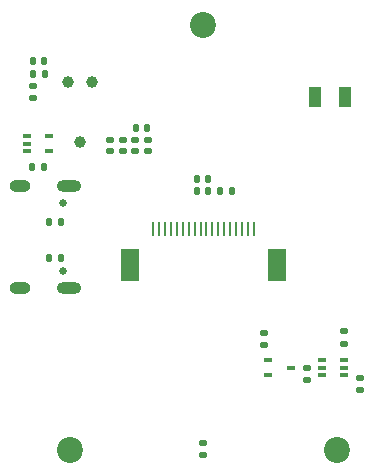
<source format=gbs>
%TF.GenerationSoftware,KiCad,Pcbnew,7.0.2-0*%
%TF.CreationDate,2023-07-16T12:38:20-04:00*%
%TF.ProjectId,ESPWatchS3,45535057-6174-4636-9853-332e6b696361,rev?*%
%TF.SameCoordinates,Original*%
%TF.FileFunction,Soldermask,Bot*%
%TF.FilePolarity,Negative*%
%FSLAX46Y46*%
G04 Gerber Fmt 4.6, Leading zero omitted, Abs format (unit mm)*
G04 Created by KiCad (PCBNEW 7.0.2-0) date 2023-07-16 12:38:20*
%MOMM*%
%LPD*%
G01*
G04 APERTURE LIST*
G04 Aperture macros list*
%AMRoundRect*
0 Rectangle with rounded corners*
0 $1 Rounding radius*
0 $2 $3 $4 $5 $6 $7 $8 $9 X,Y pos of 4 corners*
0 Add a 4 corners polygon primitive as box body*
4,1,4,$2,$3,$4,$5,$6,$7,$8,$9,$2,$3,0*
0 Add four circle primitives for the rounded corners*
1,1,$1+$1,$2,$3*
1,1,$1+$1,$4,$5*
1,1,$1+$1,$6,$7*
1,1,$1+$1,$8,$9*
0 Add four rect primitives between the rounded corners*
20,1,$1+$1,$2,$3,$4,$5,0*
20,1,$1+$1,$4,$5,$6,$7,0*
20,1,$1+$1,$6,$7,$8,$9,0*
20,1,$1+$1,$8,$9,$2,$3,0*%
G04 Aperture macros list end*
%ADD10C,0.650000*%
%ADD11O,2.100000X1.000000*%
%ADD12O,1.800000X1.000000*%
%ADD13C,0.990600*%
%ADD14C,2.200000*%
%ADD15RoundRect,0.140000X-0.170000X0.140000X-0.170000X-0.140000X0.170000X-0.140000X0.170000X0.140000X0*%
%ADD16RoundRect,0.140000X0.140000X0.170000X-0.140000X0.170000X-0.140000X-0.170000X0.140000X-0.170000X0*%
%ADD17RoundRect,0.135000X-0.185000X0.135000X-0.185000X-0.135000X0.185000X-0.135000X0.185000X0.135000X0*%
%ADD18RoundRect,0.135000X-0.135000X-0.185000X0.135000X-0.185000X0.135000X0.185000X-0.135000X0.185000X0*%
%ADD19RoundRect,0.140000X-0.140000X-0.170000X0.140000X-0.170000X0.140000X0.170000X-0.140000X0.170000X0*%
%ADD20R,0.650000X0.400000*%
%ADD21RoundRect,0.147500X0.147500X0.172500X-0.147500X0.172500X-0.147500X-0.172500X0.147500X-0.172500X0*%
%ADD22RoundRect,0.135000X0.185000X-0.135000X0.185000X0.135000X-0.185000X0.135000X-0.185000X-0.135000X0*%
%ADD23R,0.700000X0.450000*%
%ADD24RoundRect,0.135000X0.135000X0.185000X-0.135000X0.185000X-0.135000X-0.185000X0.135000X-0.185000X0*%
%ADD25R,1.000000X1.800000*%
%ADD26R,0.250000X1.300000*%
%ADD27R,1.600000X2.800000*%
G04 APERTURE END LIST*
D10*
%TO.C,J1*%
X32105000Y-34610000D03*
X32105000Y-40390000D03*
D11*
X32605000Y-33180000D03*
D12*
X28425000Y-33180000D03*
D11*
X32605000Y-41820000D03*
D12*
X28425000Y-41820000D03*
%TD*%
D13*
%TO.C,J3*%
X33585000Y-29410000D03*
X32569000Y-24330000D03*
X34601000Y-24330000D03*
%TD*%
D14*
%TO.C,H1*%
X44000000Y-19500000D03*
%TD*%
%TO.C,H2*%
X32700000Y-55500000D03*
%TD*%
D15*
%TO.C,C4*%
X36115000Y-29270000D03*
X36115000Y-30230000D03*
%TD*%
D16*
%TO.C,C21*%
X30480000Y-31575000D03*
X29520000Y-31575000D03*
%TD*%
D17*
%TO.C,R7*%
X49150000Y-45640000D03*
X49150000Y-46660000D03*
%TD*%
D16*
%TO.C,C35*%
X30530000Y-22600000D03*
X29570000Y-22600000D03*
%TD*%
D17*
%TO.C,R20*%
X29600000Y-24740000D03*
X29600000Y-25760000D03*
%TD*%
D15*
%TO.C,C22*%
X39265000Y-29270000D03*
X39265000Y-30230000D03*
%TD*%
D18*
%TO.C,R4*%
X29540000Y-23650000D03*
X30560000Y-23650000D03*
%TD*%
D19*
%TO.C,C15*%
X45420000Y-33600000D03*
X46380000Y-33600000D03*
%TD*%
D20*
%TO.C,U10*%
X29050000Y-30225000D03*
X29050000Y-29575000D03*
X29050000Y-28925000D03*
X30950000Y-28925000D03*
X30950000Y-30225000D03*
%TD*%
D14*
%TO.C,H3*%
X55300000Y-55500000D03*
%TD*%
D15*
%TO.C,C24*%
X38215000Y-29270000D03*
X38215000Y-30230000D03*
%TD*%
%TO.C,C14*%
X37165000Y-29270000D03*
X37165000Y-30230000D03*
%TD*%
D21*
%TO.C,L5*%
X39250000Y-28250000D03*
X38280000Y-28250000D03*
%TD*%
D22*
%TO.C,R5*%
X55900000Y-46510000D03*
X55900000Y-45490000D03*
%TD*%
D23*
%TO.C,D2*%
X49450000Y-49200000D03*
X49450000Y-47900000D03*
X51450000Y-48550000D03*
%TD*%
D16*
%TO.C,C26*%
X44380000Y-33600000D03*
X43420000Y-33600000D03*
%TD*%
D17*
%TO.C,R19*%
X44000000Y-54890000D03*
X44000000Y-55910000D03*
%TD*%
D24*
%TO.C,R23*%
X31960000Y-36250000D03*
X30940000Y-36250000D03*
%TD*%
D17*
%TO.C,R8*%
X52750000Y-48540000D03*
X52750000Y-49560000D03*
%TD*%
D25*
%TO.C,Y3*%
X53450000Y-25600000D03*
X55950000Y-25600000D03*
%TD*%
D20*
%TO.C,Q1*%
X54000000Y-49200000D03*
X54000000Y-48550000D03*
X54000000Y-47900000D03*
X55900000Y-47900000D03*
X55900000Y-48550000D03*
X55900000Y-49200000D03*
%TD*%
D24*
%TO.C,R22*%
X31960000Y-39250000D03*
X30940000Y-39250000D03*
%TD*%
D26*
%TO.C,J2*%
X48250000Y-36800000D03*
X47750000Y-36800000D03*
X47250000Y-36800000D03*
X46750000Y-36800000D03*
X46250000Y-36800000D03*
X45750000Y-36800000D03*
X45250000Y-36800000D03*
X44750000Y-36800000D03*
X44250000Y-36800000D03*
X43750000Y-36800000D03*
X43250000Y-36800000D03*
X42750000Y-36800000D03*
X42250000Y-36800000D03*
X41750000Y-36800000D03*
X41250000Y-36800000D03*
X40750000Y-36800000D03*
X40250000Y-36800000D03*
X39750000Y-36800000D03*
D27*
X50250000Y-39880000D03*
X37750000Y-39880000D03*
%TD*%
D22*
%TO.C,R9*%
X57250000Y-50410000D03*
X57250000Y-49390000D03*
%TD*%
D19*
%TO.C,C19*%
X43420000Y-32550000D03*
X44380000Y-32550000D03*
%TD*%
M02*

</source>
